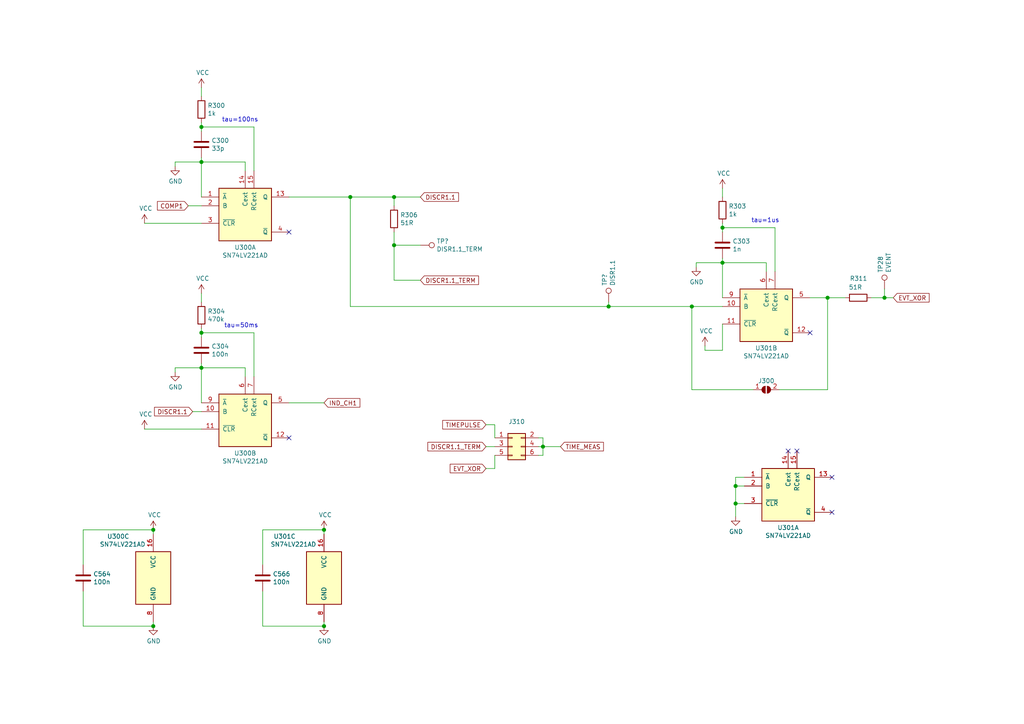
<source format=kicad_sch>
(kicad_sch (version 20210406) (generator eeschema)
  (paper "A4")
  (lib_symbols
    (symbol "74xx:74LS221" (pin_names (offset 1.016))
      (property "Reference" "U" (at -7.62 8.89 0))
      (property "Value" "74LS221" (at -7.62 -8.89 0))
      (symbol "74LS221_1_0"
        (pin input line (at -12.7 5.08 0) (length 5.08) (name "~A") (number "1"))
        (pin output line (at 12.7 5.08 180) (length 5.08) (name "Q") (number "13"))
        (pin input line (at 0 12.7 270) (length 5.08) (name "Cext") (number "14"))
        (pin input line (at 2.54 12.7 270) (length 5.08) (name "RCext") (number "15"))
        (pin input line (at -12.7 2.54 0) (length 5.08) (name "B") (number "2"))
        (pin input line (at -12.7 -2.54 0) (length 5.08) (name "~CLR") (number "3"))
        (pin output line (at 12.7 -5.08 180) (length 5.08) (name "~Q") (number "4"))
      )
      (symbol "74LS221_1_1"
        (rectangle (start -7.62 7.62) (end 7.62 -7.62) (stroke (width 0.254)) (fill (type background)))
      )
      (symbol "74LS221_2_0"
        (pin input line (at -12.7 2.54 0) (length 5.08) (name "B") (number "10"))
        (pin input line (at -12.7 -2.54 0) (length 5.08) (name "~CLR") (number "11"))
        (pin output line (at 12.7 -5.08 180) (length 5.08) (name "~Q") (number "12"))
        (pin output line (at 12.7 5.08 180) (length 5.08) (name "Q") (number "5"))
        (pin input line (at 0 12.7 270) (length 5.08) (name "Cext") (number "6"))
        (pin input line (at 2.54 12.7 270) (length 5.08) (name "RCext") (number "7"))
        (pin input line (at -12.7 5.08 0) (length 5.08) (name "~A") (number "9"))
      )
      (symbol "74LS221_2_1"
        (rectangle (start -7.62 7.62) (end 7.62 -7.62) (stroke (width 0.254)) (fill (type background)))
      )
      (symbol "74LS221_3_0"
        (pin power_in line (at 0 12.7 270) (length 5.08) (name "VCC") (number "16"))
        (pin power_in line (at 0 -12.7 90) (length 5.08) (name "GND") (number "8"))
      )
      (symbol "74LS221_3_1"
        (rectangle (start -5.08 7.62) (end 5.08 -7.62) (stroke (width 0.254)) (fill (type background)))
      )
    )
    (symbol "Connector:TestPoint" (pin_numbers hide) (pin_names (offset 0.762) hide)
      (property "Reference" "TP" (at 0 6.858 0))
      (property "Value" "TestPoint" (at 0 5.08 0))
      (symbol "TestPoint_0_1"
        (circle (center 0 3.302) (radius 0.762))
      )
      (symbol "TestPoint_1_1"
        (pin passive line (at 0 0 90) (length 2.54) (name "1") (number "1"))
      )
    )
    (symbol "Connector_Generic:Conn_02x03_Odd_Even" (pin_names (offset 1.016) hide)
      (property "Reference" "J" (at 1.27 5.08 0))
      (property "Value" "Conn_02x03_Odd_Even" (at 1.27 -5.08 0))
      (symbol "Conn_02x03_Odd_Even_1_1"
        (rectangle (start -1.27 -2.413) (end 0 -2.667) (stroke (width 0.1524)))
        (rectangle (start -1.27 0.127) (end 0 -0.127) (stroke (width 0.1524)))
        (rectangle (start -1.27 2.667) (end 0 2.413) (stroke (width 0.1524)))
        (rectangle (start 3.81 -2.413) (end 2.54 -2.667) (stroke (width 0.1524)))
        (rectangle (start 3.81 0.127) (end 2.54 -0.127) (stroke (width 0.1524)))
        (rectangle (start 3.81 2.667) (end 2.54 2.413) (stroke (width 0.1524)))
        (rectangle (start -1.27 3.81) (end 3.81 -3.81) (stroke (width 0.254)) (fill (type background)))
        (pin passive line (at -5.08 2.54 0) (length 3.81) (name "Pin_1") (number "1"))
        (pin passive line (at 7.62 2.54 180) (length 3.81) (name "Pin_2") (number "2"))
        (pin passive line (at -5.08 0 0) (length 3.81) (name "Pin_3") (number "3"))
        (pin passive line (at 7.62 0 180) (length 3.81) (name "Pin_4") (number "4"))
        (pin passive line (at -5.08 -2.54 0) (length 3.81) (name "Pin_5") (number "5"))
        (pin passive line (at 7.62 -2.54 180) (length 3.81) (name "Pin_6") (number "6"))
      )
    )
    (symbol "Device:C" (pin_numbers hide) (pin_names (offset 0.254))
      (property "Reference" "C" (at 0.635 2.54 0))
      (property "Value" "C" (at 0.635 -2.54 0))
      (symbol "C_0_1"
        (polyline (pts (xy -2.032 -0.762) (xy 2.032 -0.762)) (stroke (width 0.508)))
        (polyline (pts (xy -2.032 0.762) (xy 2.032 0.762)) (stroke (width 0.508)))
      )
      (symbol "C_1_1"
        (pin passive line (at 0 3.81 270) (length 2.794) (name "~") (number "1"))
        (pin passive line (at 0 -3.81 90) (length 2.794) (name "~") (number "2"))
      )
    )
    (symbol "Device:R" (pin_numbers hide) (pin_names (offset 0))
      (property "Reference" "R" (at 2.032 0 90))
      (property "Value" "R" (at 0 0 90))
      (symbol "R_0_1"
        (rectangle (start -1.016 -2.54) (end 1.016 2.54) (stroke (width 0.254)))
      )
      (symbol "R_1_1"
        (pin passive line (at 0 3.81 270) (length 1.27) (name "~") (number "1"))
        (pin passive line (at 0 -3.81 90) (length 1.27) (name "~") (number "2"))
      )
    )
    (symbol "Jumper:SolderJumper_2_Open" (pin_names (offset 0) hide)
      (property "Reference" "JP" (at 0 2.032 0))
      (property "Value" "SolderJumper_2_Open" (at 0 -2.54 0))
      (symbol "SolderJumper_2_Open_0_1"
        (arc (start -0.254 1.016) (end -0.254 -1.016) (radius (at -0.254 0) (length 1.016) (angles 90.1 -90.1)))
        (arc (start 0.254 -1.016) (end 0.254 1.016) (radius (at 0.254 0) (length 1.016) (angles -89.9 89.9)))
        (arc (start -0.254 1.016) (end -0.254 -1.016) (radius (at -0.254 0) (length 1.016) (angles 90.1 -90.1)) (fill (type outline)))
        (arc (start 0.254 -1.016) (end 0.254 1.016) (radius (at 0.254 0) (length 1.016) (angles -89.9 89.9)) (fill (type outline)))
        (polyline (pts (xy -0.254 1.016) (xy -0.254 -1.016)))
        (polyline (pts (xy 0.254 1.016) (xy 0.254 -1.016)))
      )
      (symbol "SolderJumper_2_Open_1_1"
        (pin passive line (at -3.81 0 0) (length 2.54) (name "A") (number "1"))
        (pin passive line (at 3.81 0 180) (length 2.54) (name "B") (number "2"))
      )
    )
    (symbol "power:GND" (power) (pin_names (offset 0))
      (property "Value" "GND" (at 0 -3.81 0))
      (symbol "GND_0_1"
        (polyline (pts (xy 0 0) (xy 0 -1.27) (xy 1.27 -1.27) (xy 0 -2.54) (xy -1.27 -1.27) (xy 0 -1.27)))
      )
      (symbol "GND_1_1"
        (pin power_in line (at 0 0 270) (length 0) hide (name "GND") (number "1"))
      )
    )
    (symbol "power:VCC" (power) (pin_names (offset 0))
      (property "Value" "VCC" (at 0 3.81 0))
      (symbol "VCC_0_1"
        (polyline (pts (xy -0.762 1.27) (xy 0 2.54)))
        (polyline (pts (xy 0 0) (xy 0 2.54)))
        (polyline (pts (xy 0 2.54) (xy 0.762 1.27)))
      )
      (symbol "VCC_1_1"
        (pin power_in line (at 0 0 90) (length 0) hide (name "VCC") (number "1"))
      )
    )
  )
  (junction (at 44.45 153.67) (diameter 1.016))
  (junction (at 44.45 181.61) (diameter 1.016))
  (junction (at 58.42 36.83) (diameter 1.016))
  (junction (at 58.42 46.99) (diameter 1.016))
  (junction (at 58.42 96.52) (diameter 1.016))
  (junction (at 58.42 106.68) (diameter 1.016))
  (junction (at 93.98 153.67) (diameter 1.016))
  (junction (at 93.98 181.61) (diameter 1.016))
  (junction (at 101.6 57.15) (diameter 1.016))
  (junction (at 114.3 57.15) (diameter 1.016))
  (junction (at 114.3 71.12) (diameter 1.016))
  (junction (at 157.48 129.54) (diameter 1.016))
  (junction (at 176.53 88.9) (diameter 1.016))
  (junction (at 200.66 88.9) (diameter 1.016))
  (junction (at 209.55 66.04) (diameter 1.016))
  (junction (at 209.55 76.2) (diameter 1.016))
  (junction (at 213.36 140.97) (diameter 1.016))
  (junction (at 213.36 146.05) (diameter 1.016))
  (junction (at 240.03 86.36) (diameter 1.016))
  (junction (at 256.54 86.36) (diameter 1.016))
  (no_connect (at 83.82 67.31))
  (no_connect (at 83.82 127))
  (no_connect (at 228.6 130.81))
  (no_connect (at 231.14 130.81))
  (no_connect (at 234.95 96.52))
  (no_connect (at 241.3 138.43))
  (no_connect (at 241.3 148.59))
  (wire (pts (xy 24.13 153.67) (xy 24.13 163.83)))
  (wire (pts (xy 24.13 181.61) (xy 24.13 171.45)))
  (wire (pts (xy 41.91 64.77) (xy 58.42 64.77)))
  (wire (pts (xy 41.91 124.46) (xy 58.42 124.46)))
  (wire (pts (xy 44.45 153.67) (xy 24.13 153.67)))
  (wire (pts (xy 44.45 153.67) (xy 44.45 154.94)))
  (wire (pts (xy 44.45 180.34) (xy 44.45 181.61)))
  (wire (pts (xy 44.45 181.61) (xy 24.13 181.61)))
  (wire (pts (xy 50.8 46.99) (xy 50.8 48.26)))
  (wire (pts (xy 50.8 106.68) (xy 50.8 107.95)))
  (wire (pts (xy 54.61 59.69) (xy 58.42 59.69)))
  (wire (pts (xy 55.88 119.38) (xy 58.42 119.38)))
  (wire (pts (xy 58.42 25.4) (xy 58.42 27.94)))
  (wire (pts (xy 58.42 35.56) (xy 58.42 36.83)))
  (wire (pts (xy 58.42 36.83) (xy 58.42 38.1)))
  (wire (pts (xy 58.42 45.72) (xy 58.42 46.99)))
  (wire (pts (xy 58.42 46.99) (xy 50.8 46.99)))
  (wire (pts (xy 58.42 57.15) (xy 58.42 46.99)))
  (wire (pts (xy 58.42 85.09) (xy 58.42 87.63)))
  (wire (pts (xy 58.42 95.25) (xy 58.42 96.52)))
  (wire (pts (xy 58.42 96.52) (xy 58.42 97.79)))
  (wire (pts (xy 58.42 105.41) (xy 58.42 106.68)))
  (wire (pts (xy 58.42 106.68) (xy 50.8 106.68)))
  (wire (pts (xy 58.42 106.68) (xy 58.42 116.84)))
  (wire (pts (xy 71.12 46.99) (xy 58.42 46.99)))
  (wire (pts (xy 71.12 49.53) (xy 71.12 46.99)))
  (wire (pts (xy 71.12 106.68) (xy 58.42 106.68)))
  (wire (pts (xy 71.12 109.22) (xy 71.12 106.68)))
  (wire (pts (xy 73.66 36.83) (xy 58.42 36.83)))
  (wire (pts (xy 73.66 36.83) (xy 73.66 49.53)))
  (wire (pts (xy 73.66 96.52) (xy 58.42 96.52)))
  (wire (pts (xy 73.66 96.52) (xy 73.66 109.22)))
  (wire (pts (xy 76.2 153.67) (xy 76.2 163.83)))
  (wire (pts (xy 76.2 171.45) (xy 76.2 181.61)))
  (wire (pts (xy 76.2 181.61) (xy 93.98 181.61)))
  (wire (pts (xy 83.82 57.15) (xy 101.6 57.15)))
  (wire (pts (xy 83.82 116.84) (xy 93.98 116.84)))
  (wire (pts (xy 93.98 153.67) (xy 76.2 153.67)))
  (wire (pts (xy 93.98 153.67) (xy 93.98 154.94)))
  (wire (pts (xy 93.98 180.34) (xy 93.98 181.61)))
  (wire (pts (xy 101.6 57.15) (xy 114.3 57.15)))
  (wire (pts (xy 101.6 88.9) (xy 101.6 57.15)))
  (wire (pts (xy 101.6 88.9) (xy 176.53 88.9)))
  (wire (pts (xy 114.3 57.15) (xy 114.3 59.69)))
  (wire (pts (xy 114.3 57.15) (xy 121.92 57.15)))
  (wire (pts (xy 114.3 71.12) (xy 114.3 67.31)))
  (wire (pts (xy 114.3 81.28) (xy 114.3 71.12)))
  (wire (pts (xy 121.92 71.12) (xy 114.3 71.12)))
  (wire (pts (xy 121.92 81.28) (xy 114.3 81.28)))
  (wire (pts (xy 140.97 123.19) (xy 143.51 123.19)))
  (wire (pts (xy 140.97 129.54) (xy 143.51 129.54)))
  (wire (pts (xy 140.97 135.89) (xy 143.51 135.89)))
  (wire (pts (xy 143.51 123.19) (xy 143.51 127)))
  (wire (pts (xy 143.51 135.89) (xy 143.51 132.08)))
  (wire (pts (xy 156.21 127) (xy 157.48 127)))
  (wire (pts (xy 156.21 129.54) (xy 157.48 129.54)))
  (wire (pts (xy 156.21 132.08) (xy 157.48 132.08)))
  (wire (pts (xy 157.48 127) (xy 157.48 129.54)))
  (wire (pts (xy 157.48 129.54) (xy 162.56 129.54)))
  (wire (pts (xy 157.48 132.08) (xy 157.48 129.54)))
  (wire (pts (xy 176.53 87.63) (xy 176.53 88.9)))
  (wire (pts (xy 176.53 88.9) (xy 200.66 88.9)))
  (wire (pts (xy 200.66 88.9) (xy 209.55 88.9)))
  (wire (pts (xy 200.66 113.03) (xy 200.66 88.9)))
  (wire (pts (xy 201.93 76.2) (xy 201.93 77.47)))
  (wire (pts (xy 204.47 101.6) (xy 204.47 100.33)))
  (wire (pts (xy 209.55 54.61) (xy 209.55 57.15)))
  (wire (pts (xy 209.55 64.77) (xy 209.55 66.04)))
  (wire (pts (xy 209.55 66.04) (xy 209.55 67.31)))
  (wire (pts (xy 209.55 74.93) (xy 209.55 76.2)))
  (wire (pts (xy 209.55 76.2) (xy 201.93 76.2)))
  (wire (pts (xy 209.55 76.2) (xy 209.55 86.36)))
  (wire (pts (xy 209.55 93.98) (xy 209.55 101.6)))
  (wire (pts (xy 209.55 101.6) (xy 204.47 101.6)))
  (wire (pts (xy 213.36 138.43) (xy 213.36 140.97)))
  (wire (pts (xy 213.36 140.97) (xy 213.36 146.05)))
  (wire (pts (xy 213.36 146.05) (xy 213.36 149.86)))
  (wire (pts (xy 215.9 138.43) (xy 213.36 138.43)))
  (wire (pts (xy 215.9 140.97) (xy 213.36 140.97)))
  (wire (pts (xy 215.9 146.05) (xy 213.36 146.05)))
  (wire (pts (xy 218.44 113.03) (xy 200.66 113.03)))
  (wire (pts (xy 222.25 76.2) (xy 209.55 76.2)))
  (wire (pts (xy 222.25 78.74) (xy 222.25 76.2)))
  (wire (pts (xy 224.79 66.04) (xy 209.55 66.04)))
  (wire (pts (xy 224.79 66.04) (xy 224.79 78.74)))
  (wire (pts (xy 226.06 113.03) (xy 240.03 113.03)))
  (wire (pts (xy 234.95 86.36) (xy 240.03 86.36)))
  (wire (pts (xy 240.03 86.36) (xy 245.11 86.36)))
  (wire (pts (xy 240.03 113.03) (xy 240.03 86.36)))
  (wire (pts (xy 252.73 86.36) (xy 256.54 86.36)))
  (wire (pts (xy 256.54 83.82) (xy 256.54 86.36)))
  (wire (pts (xy 256.54 86.36) (xy 259.08 86.36)))
  (text "tau=100ns" (at 74.93 35.56 180) (effects (font (size 1.27 1.27)) (justify right bottom)))
  (text "tau=50ms" (at 74.93 95.25 180) (effects (font (size 1.27 1.27)) (justify right bottom)))
  (text "tau=1us" (at 226.06 64.77 180) (effects (font (size 1.27 1.27)) (justify right bottom)))
  (global_label "COMP1" (shape input) (at 54.61 59.69 180) (property "Intersheet References" "${INTERSHEET_REFS}" (effects hide)))
  (global_label "DISCR1.1" (shape input) (at 55.88 119.38 180) (property "Intersheet References" "${INTERSHEET_REFS}" (effects hide)))
  (global_label "IND_CH1" (shape input) (at 93.98 116.84 0) (property "Intersheet References" "${INTERSHEET_REFS}" (effects hide)))
  (global_label "DISCR1.1" (shape input) (at 121.92 57.15 0) (property "Intersheet References" "${INTERSHEET_REFS}" (effects hide)))
  (global_label "DISCR1.1_TERM" (shape input) (at 121.92 81.28 0) (property "Intersheet References" "${INTERSHEET_REFS}" (effects hide)))
  (global_label "TIMEPULSE" (shape input) (at 140.97 123.19 180) (property "Intersheet References" "${INTERSHEET_REFS}" (effects hide)))
  (global_label "DISCR1.1_TERM" (shape input) (at 140.97 129.54 180) (property "Intersheet References" "${INTERSHEET_REFS}" (effects hide)))
  (global_label "EVT_XOR" (shape input) (at 140.97 135.89 180) (property "Intersheet References" "${INTERSHEET_REFS}" (effects hide)))
  (global_label "TIME_MEAS" (shape input) (at 162.56 129.54 0) (property "Intersheet References" "${INTERSHEET_REFS}" (effects hide)))
  (global_label "EVT_XOR" (shape input) (at 259.08 86.36 0) (property "Intersheet References" "${INTERSHEET_REFS}" (effects hide)))
  (symbol (lib_id "power:VCC") (at 41.91 64.77 0) (unit 1)
    (property "Reference" "#PWR?" (effects hide))
    (property "Value" "VCC" (at 42.2783 60.4456 0))
  )
  (symbol (lib_id "power:VCC") (at 41.91 124.46 0) (unit 1)
    (property "Reference" "#PWR?" (effects hide))
    (property "Value" "VCC" (at 42.2783 120.1356 0))
  )
  (symbol (lib_id "power:VCC") (at 44.45 153.67 0) (unit 1)
    (property "Reference" "#PWR?" (effects hide))
    (property "Value" "VCC" (at 44.8183 149.3456 0))
  )
  (symbol (lib_id "power:VCC") (at 58.42 25.4 0) (unit 1)
    (property "Reference" "#PWR?" (effects hide))
    (property "Value" "VCC" (at 58.7883 21.0756 0))
  )
  (symbol (lib_id "power:VCC") (at 58.42 85.09 0) (unit 1)
    (property "Reference" "#PWR?" (effects hide))
    (property "Value" "VCC" (at 58.7883 80.7656 0))
  )
  (symbol (lib_id "power:VCC") (at 93.98 153.67 0) (unit 1)
    (property "Reference" "#PWR?" (effects hide))
    (property "Value" "VCC" (at 94.3483 149.3456 0))
  )
  (symbol (lib_id "power:VCC") (at 204.47 100.33 0) (unit 1)
    (property "Reference" "#PWR?" (effects hide))
    (property "Value" "VCC" (at 204.8383 96.0056 0))
  )
  (symbol (lib_id "power:VCC") (at 209.55 54.61 0) (unit 1)
    (property "Reference" "#PWR?" (effects hide))
    (property "Value" "VCC" (at 209.9183 50.2856 0))
  )
  (symbol (lib_id "Connector:TestPoint") (at 121.92 71.12 270) (unit 1) (in_bom no)
    (property "Reference" "TP?" (at 126.6191 69.9706 90) (effects (justify left)))
    (property "Value" "DISR1.1_TERM" (at 126.6191 72.2693 90) (effects (justify left)))
    (property "Footprint" "TestPoint:TestPoint_THTPad_1.5x1.5mm_Drill0.7mm" (effects hide))
  )
  (symbol (lib_id "Connector:TestPoint") (at 176.53 87.63 0) (unit 1) (in_bom no)
    (property "Reference" "TP?" (at 175.3806 82.9309 90) (effects (justify left)))
    (property "Value" "DISR1.1" (at 177.6793 82.9309 90) (effects (justify left)))
    (property "Footprint" "TestPoint:TestPoint_THTPad_1.5x1.5mm_Drill0.7mm" (effects hide))
  )
  (symbol (lib_id "Connector:TestPoint") (at 256.54 83.82 0) (unit 1) (in_bom no)
    (property "Reference" "TP28" (at 255.3906 79.1209 90) (effects (justify left)))
    (property "Value" "EVENT" (at 257.6893 79.1209 90) (effects (justify left)))
    (property "Footprint" "TestPoint:TestPoint_THTPad_1.5x1.5mm_Drill0.7mm" (effects hide))
  )
  (symbol (lib_id "power:GND") (at 44.45 181.61 0) (unit 1)
    (property "Reference" "#PWR?" (effects hide))
    (property "Value" "GND" (at 44.5643 185.9344 0))
  )
  (symbol (lib_id "power:GND") (at 50.8 48.26 0) (unit 1)
    (property "Reference" "#PWR?" (effects hide))
    (property "Value" "GND" (at 50.9143 52.5844 0))
  )
  (symbol (lib_id "power:GND") (at 50.8 107.95 0) (unit 1)
    (property "Reference" "#PWR?" (effects hide))
    (property "Value" "GND" (at 50.9143 112.2744 0))
  )
  (symbol (lib_id "power:GND") (at 93.98 181.61 0) (unit 1)
    (property "Reference" "#PWR?" (effects hide))
    (property "Value" "GND" (at 94.0943 185.9344 0))
  )
  (symbol (lib_id "power:GND") (at 201.93 77.47 0) (unit 1)
    (property "Reference" "#PWR?" (effects hide))
    (property "Value" "GND" (at 202.0443 81.7944 0))
  )
  (symbol (lib_id "power:GND") (at 213.36 149.86 0) (unit 1)
    (property "Reference" "#PWR0114" (effects hide))
    (property "Value" "GND" (at 213.4743 154.1844 0))
  )
  (symbol (lib_id "Jumper:SolderJumper_2_Open") (at 222.25 113.03 0) (unit 1) (in_bom no)
    (property "Reference" "J300" (at 222.25 110.4646 0))
    (property "Value" "SolderJumper_2_Open" (effects hide))
    (property "Footprint" "Jumper:SolderJumper-2_P1.3mm_Open_Pad1.0x1.5mm" (effects hide))
  )
  (symbol (lib_id "Device:R") (at 58.42 31.75 0) (unit 1)
    (property "Reference" "R300" (at 60.1981 30.6006 0) (effects (justify left)))
    (property "Value" "1k" (at 60.1981 32.8993 0) (effects (justify left)))
    (property "Footprint" "Resistor_SMD:R_0805_2012Metric_Pad1.20x1.40mm_HandSolder" (effects hide))
    (property "JLCBasicPart" "Basic" (effects hide))
    (property "JLCPartNr" "C17513" (effects hide))
    (property "JLCType" "0805W8F1001T5E" (effects hide))
    (property "OriginalType" "AR05FTDW1001 " (effects hide))
  )
  (symbol (lib_id "Device:R") (at 58.42 91.44 0) (unit 1)
    (property "Reference" "R304" (at 60.198 90.297 0) (effects (justify left)))
    (property "Value" "470k" (at 60.1981 92.5893 0) (effects (justify left)))
    (property "Footprint" "Resistor_SMD:R_0805_2012Metric_Pad1.20x1.40mm_HandSolder" (effects hide))
    (property "JLCBasicPart" "Basic" (effects hide))
    (property "JLCPartNr" "C17709" (effects hide))
    (property "JLCType" "0805W8F4703T5E" (effects hide))
    (property "OriginalType" "RS-05K4703FT " (effects hide))
  )
  (symbol (lib_id "Device:R") (at 114.3 63.5 0) (unit 1)
    (property "Reference" "R306" (at 116.078 62.357 0) (effects (justify left)))
    (property "Value" "51R" (at 116.078 64.643 0) (effects (justify left)))
    (property "Footprint" "Resistor_SMD:R_0805_2012Metric_Pad1.20x1.40mm_HandSolder" (effects hide))
    (property "JLCBasicPart" "Basic" (effects hide))
    (property "JLCPartNr" "C17738" (effects hide))
    (property "JLCType" "0805W8F510JT5E" (effects hide))
    (property "OriginalType" "CR0805J80510G " (effects hide))
  )
  (symbol (lib_id "Device:R") (at 209.55 60.96 0) (unit 1)
    (property "Reference" "R303" (at 211.328 59.817 0) (effects (justify left)))
    (property "Value" "1k" (at 211.3281 62.1093 0) (effects (justify left)))
    (property "Footprint" "Resistor_SMD:R_0805_2012Metric_Pad1.20x1.40mm_HandSolder" (effects hide))
    (property "JLCBasicPart" "Basic" (effects hide))
    (property "JLCPartNr" "C17513" (effects hide))
    (property "JLCType" "0805W8F1001T5E" (effects hide))
    (property "OriginalType" "AR05FTDW1001 " (effects hide))
  )
  (symbol (lib_id "Device:R") (at 248.92 86.36 90) (unit 1)
    (property "Reference" "R311" (at 251.587 80.772 90) (effects (justify left)))
    (property "Value" "51R" (at 250.063 83.312 90) (effects (justify left)))
    (property "Footprint" "Resistor_SMD:R_0805_2012Metric_Pad1.20x1.40mm_HandSolder" (effects hide))
    (property "JLCBasicPart" "Basic" (effects hide))
    (property "JLCPartNr" "C17738" (effects hide))
    (property "JLCType" "0805W8F510JT5E" (effects hide))
    (property "OriginalType" "CR0805J80510G " (effects hide))
  )
  (symbol (lib_id "Device:C") (at 24.13 167.64 0) (unit 1)
    (property "Reference" "C564" (at 27.0511 166.4906 0) (effects (justify left)))
    (property "Value" "100n" (at 27.0511 168.7893 0) (effects (justify left)))
    (property "Footprint" "Capacitor_SMD:C_0805_2012Metric_Pad1.18x1.45mm_HandSolder" (effects hide))
    (property "JLCBasicPart" "Basic" (effects hide))
    (property "JLCPartNr" "C49678" (effects hide))
    (property "JLCType" "CC0805KRX7R9BB104" (effects hide))
    (property "OriginalType" "FN21X104K500PXG " (effects hide))
  )
  (symbol (lib_id "Device:C") (at 58.42 41.91 0) (unit 1)
    (property "Reference" "C300" (at 61.3411 40.7606 0) (effects (justify left)))
    (property "Value" "33p" (at 61.3411 43.0593 0) (effects (justify left)))
    (property "Footprint" "Capacitor_SMD:C_0805_2012Metric_Pad1.18x1.45mm_HandSolder" (effects hide))
    (property "JLCBasicPart" "Basic" (effects hide))
    (property "JLCPartNr" "C1814" (effects hide))
    (property "JLCType" "CL21C330JBANNNC" (effects hide))
    (property "OriginalType" "TCC0805COG330J500BT " (effects hide))
  )
  (symbol (lib_id "Device:C") (at 58.42 101.6 0) (unit 1)
    (property "Reference" "C304" (at 61.341 100.457 0) (effects (justify left)))
    (property "Value" "100n" (at 61.341 102.743 0) (effects (justify left)))
    (property "Footprint" "Capacitor_SMD:C_0805_2012Metric_Pad1.18x1.45mm_HandSolder" (effects hide))
    (property "JLCBasicPart" "Basic" (effects hide))
    (property "JLCPartNr" "C49678" (effects hide))
    (property "JLCType" "CC0805KRX7R9BB104" (effects hide))
    (property "OriginalType" "FN21X104K500PXG " (effects hide))
  )
  (symbol (lib_id "Device:C") (at 76.2 167.64 0) (unit 1)
    (property "Reference" "C566" (at 79.1211 166.4906 0) (effects (justify left)))
    (property "Value" "100n" (at 79.1211 168.7893 0) (effects (justify left)))
    (property "Footprint" "Capacitor_SMD:C_0805_2012Metric_Pad1.18x1.45mm_HandSolder" (effects hide))
    (property "JLCBasicPart" "Basic" (effects hide))
    (property "JLCPartNr" "C49678" (effects hide))
    (property "JLCType" "CC0805KRX7R9BB104" (effects hide))
    (property "OriginalType" "FN21X104K500PXG " (effects hide))
  )
  (symbol (lib_id "Device:C") (at 209.55 71.12 0) (unit 1)
    (property "Reference" "C303" (at 212.471 69.977 0) (effects (justify left)))
    (property "Value" "1n" (at 212.471 72.263 0) (effects (justify left)))
    (property "Footprint" "Capacitor_SMD:C_0805_2012Metric_Pad1.18x1.45mm_HandSolder" (effects hide))
    (property "JLCBasicPart" "Basic" (effects hide))
    (property "JLCPartNr" "C46653" (effects hide))
    (property "JLCType" "CL21B102KBCNNNC" (effects hide))
    (property "OriginalType" "0805B102K500CT " (effects hide))
  )
  (symbol (lib_id "Connector_Generic:Conn_02x03_Odd_Even") (at 148.59 129.54 0) (unit 1)
    (property "Reference" "J310" (at 149.86 122.2968 0))
    (property "Value" "Conn_02x03_Odd_Even" (effects hide))
    (property "Footprint" "Connector_PinHeader_2.54mm:PinHeader_2x03_P2.54mm_Vertical" (effects hide))
  )
  (symbol (lib_id "74xx:74LS221") (at 44.45 167.64 0) (unit 3)
    (property "Reference" "U300" (at 34.29 155.5814 0))
    (property "Value" "SN74LV221AD" (at 35.56 157.8801 0))
    (property "Footprint" "Package_SO:SOIC-16W_7.5x10.3mm_P1.27mm" (effects hide))
    (property "OriginalType" "595-SN74LV221ADR" (effects hide))
    (property "Supplier" "Mouser" (effects hide))
  )
  (symbol (lib_id "74xx:74LS221") (at 93.98 167.64 0) (unit 3)
    (property "Reference" "U301" (at 82.55 155.5814 0))
    (property "Value" "SN74LV221AD" (at 85.09 157.8801 0))
    (property "Footprint" "Package_SO:SOIC-16W_7.5x10.3mm_P1.27mm" (effects hide))
    (property "OriginalType" "595-SN74LV221ADR" (effects hide))
    (property "Supplier" "Mouser" (effects hide))
  )
  (symbol (lib_id "74xx:74LS221") (at 71.12 62.23 0) (unit 1)
    (property "Reference" "U300" (at 71.12 71.7614 0))
    (property "Value" "SN74LV221AD" (at 71.12 74.0664 0))
    (property "Footprint" "Package_SO:SOIC-16W_7.5x10.3mm_P1.27mm" (effects hide))
    (property "OriginalType" "595-SN74LV221ADR" (effects hide))
    (property "Supplier" "Mouser" (effects hide))
  )
  (symbol (lib_id "74xx:74LS221") (at 71.12 121.92 0) (unit 2)
    (property "Reference" "U300" (at 71.12 131.4514 0))
    (property "Value" "SN74LV221AD" (at 71.12 133.7501 0))
    (property "Footprint" "Package_SO:SOIC-16W_7.5x10.3mm_P1.27mm" (effects hide))
    (property "OriginalType" "595-SN74LV221ADR" (effects hide))
    (property "Supplier" "Mouser" (effects hide))
  )
  (symbol (lib_id "74xx:74LS221") (at 222.25 91.44 0) (unit 2)
    (property "Reference" "U301" (at 222.25 100.965 0))
    (property "Value" "SN74LV221AD" (at 222.25 103.2701 0))
    (property "Footprint" "Package_SO:SOIC-16W_7.5x10.3mm_P1.27mm" (effects hide))
    (property "OriginalType" "595-SN74LV221ADR" (effects hide))
    (property "Supplier" "Mouser" (effects hide))
  )
  (symbol (lib_id "74xx:74LS221") (at 228.6 143.51 0) (unit 1)
    (property "Reference" "U301" (at 228.6 153.035 0))
    (property "Value" "SN74LV221AD" (at 228.6 155.3401 0))
    (property "Footprint" "Package_SO:SOIC-16W_7.5x10.3mm_P1.27mm" (effects hide))
    (property "OriginalType" "595-SN74LV221ADR" (effects hide))
    (property "Supplier" "Mouser" (effects hide))
  )
)
</source>
